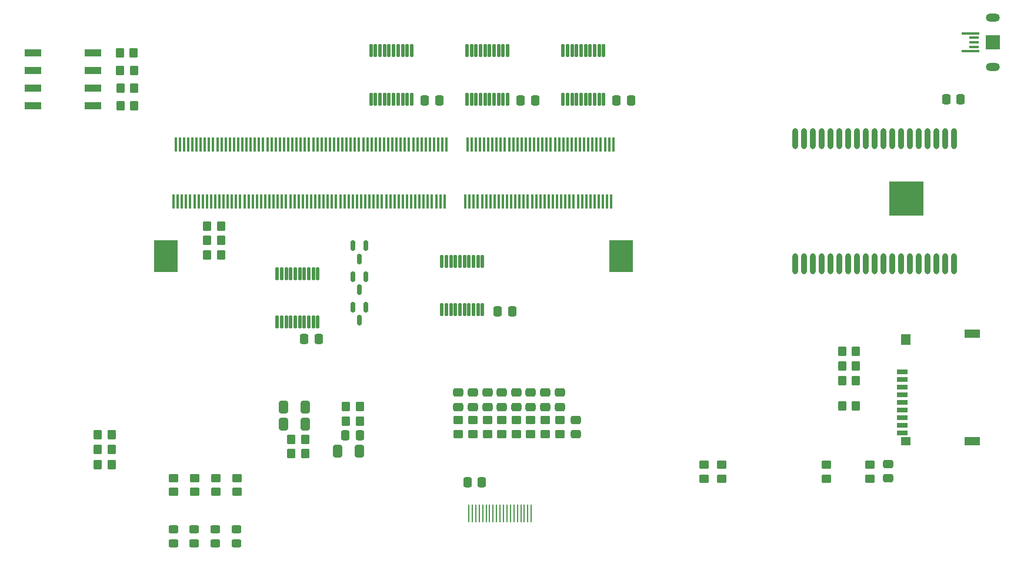
<source format=gbr>
%TF.GenerationSoftware,KiCad,Pcbnew,(6.0.0)*%
%TF.CreationDate,2023-03-19T22:45:45-04:00*%
%TF.ProjectId,TRS-IO++,5452532d-494f-42b2-9b2e-6b696361645f,rev?*%
%TF.SameCoordinates,Original*%
%TF.FileFunction,Paste,Top*%
%TF.FilePolarity,Positive*%
%FSLAX46Y46*%
G04 Gerber Fmt 4.6, Leading zero omitted, Abs format (unit mm)*
G04 Created by KiCad (PCBNEW (6.0.0)) date 2023-03-19 22:45:45*
%MOMM*%
%LPD*%
G01*
G04 APERTURE LIST*
G04 Aperture macros list*
%AMRoundRect*
0 Rectangle with rounded corners*
0 $1 Rounding radius*
0 $2 $3 $4 $5 $6 $7 $8 $9 X,Y pos of 4 corners*
0 Add a 4 corners polygon primitive as box body*
4,1,4,$2,$3,$4,$5,$6,$7,$8,$9,$2,$3,0*
0 Add four circle primitives for the rounded corners*
1,1,$1+$1,$2,$3*
1,1,$1+$1,$4,$5*
1,1,$1+$1,$6,$7*
1,1,$1+$1,$8,$9*
0 Add four rect primitives between the rounded corners*
20,1,$1+$1,$2,$3,$4,$5,0*
20,1,$1+$1,$4,$5,$6,$7,0*
20,1,$1+$1,$6,$7,$8,$9,0*
20,1,$1+$1,$8,$9,$2,$3,0*%
G04 Aperture macros list end*
%ADD10RoundRect,0.250000X0.350000X0.450000X-0.350000X0.450000X-0.350000X-0.450000X0.350000X-0.450000X0*%
%ADD11RoundRect,0.250000X-0.450000X0.350000X-0.450000X-0.350000X0.450000X-0.350000X0.450000X0.350000X0*%
%ADD12RoundRect,0.250000X-0.412500X-0.650000X0.412500X-0.650000X0.412500X0.650000X-0.412500X0.650000X0*%
%ADD13RoundRect,0.250000X0.450000X-0.350000X0.450000X0.350000X-0.450000X0.350000X-0.450000X-0.350000X0*%
%ADD14R,2.440000X1.120000*%
%ADD15RoundRect,0.250000X-0.350000X-0.450000X0.350000X-0.450000X0.350000X0.450000X-0.350000X0.450000X0*%
%ADD16RoundRect,0.250000X0.450000X-0.325000X0.450000X0.325000X-0.450000X0.325000X-0.450000X-0.325000X0*%
%ADD17RoundRect,0.250000X0.337500X0.475000X-0.337500X0.475000X-0.337500X-0.475000X0.337500X-0.475000X0*%
%ADD18RoundRect,0.250000X0.412500X0.650000X-0.412500X0.650000X-0.412500X-0.650000X0.412500X-0.650000X0*%
%ADD19RoundRect,0.250000X-0.475000X0.337500X-0.475000X-0.337500X0.475000X-0.337500X0.475000X0.337500X0*%
%ADD20RoundRect,0.250000X-0.337500X-0.475000X0.337500X-0.475000X0.337500X0.475000X-0.337500X0.475000X0*%
%ADD21RoundRect,0.150000X-0.150000X0.587500X-0.150000X-0.587500X0.150000X-0.587500X0.150000X0.587500X0*%
%ADD22R,0.280000X2.600000*%
%ADD23R,1.600000X0.700000*%
%ADD24R,1.400000X1.600000*%
%ADD25R,2.200000X1.200000*%
%ADD26R,1.400000X1.200000*%
%ADD27RoundRect,0.112500X-0.112500X0.837500X-0.112500X-0.837500X0.112500X-0.837500X0.112500X0.837500X0*%
%ADD28O,0.900000X3.000000*%
%ADD29R,5.000000X5.000000*%
%ADD30RoundRect,0.250000X0.475000X-0.337500X0.475000X0.337500X-0.475000X0.337500X-0.475000X-0.337500X0*%
%ADD31R,2.000000X2.000000*%
%ADD32O,2.000000X1.200000*%
%ADD33R,2.500000X0.400000*%
%ADD34R,1.350000X0.400000*%
%ADD35R,0.350000X2.000000*%
%ADD36R,3.500000X4.600000*%
G04 APERTURE END LIST*
D10*
%TO.C,R33*%
X80435500Y-70104000D03*
X78435500Y-70104000D03*
%TD*%
D11*
%TO.C,R39*%
X92269032Y-131384800D03*
X92269032Y-133384800D03*
%TD*%
D12*
%TO.C,C15*%
X109806299Y-127551799D03*
X112931299Y-127551799D03*
%TD*%
D13*
%TO.C,R8*%
X133435900Y-125028200D03*
X133435900Y-123028200D03*
%TD*%
D11*
%TO.C,R40*%
X95330100Y-131384800D03*
X95330100Y-133384800D03*
%TD*%
D14*
%TO.C,SW3*%
X65935700Y-70104000D03*
X65935700Y-72644000D03*
X65935700Y-75184000D03*
X65935700Y-77724000D03*
X74545700Y-77724000D03*
X74545700Y-75184000D03*
X74545700Y-72644000D03*
X74545700Y-70104000D03*
%TD*%
D15*
%TO.C,R29*%
X90998800Y-95046800D03*
X92998800Y-95046800D03*
%TD*%
D16*
%TO.C,D3*%
X89177666Y-140842600D03*
X89177666Y-138792600D03*
%TD*%
D17*
%TO.C,C16*%
X134919850Y-107340400D03*
X132844850Y-107340400D03*
%TD*%
D13*
%TO.C,R10*%
X129270300Y-125028200D03*
X129270300Y-123028200D03*
%TD*%
D10*
%TO.C,R35*%
X80537100Y-75184000D03*
X78537100Y-75184000D03*
%TD*%
D16*
%TO.C,D2*%
X86146600Y-140842600D03*
X86146600Y-138792600D03*
%TD*%
D13*
%TO.C,R7*%
X135518700Y-125028200D03*
X135518700Y-123028200D03*
%TD*%
D15*
%TO.C,R16*%
X182423100Y-120967500D03*
X184423100Y-120967500D03*
%TD*%
D18*
%TO.C,C12*%
X105141899Y-121167999D03*
X102016899Y-121167999D03*
%TD*%
D19*
%TO.C,C6*%
X131353100Y-119053700D03*
X131353100Y-121128700D03*
%TD*%
D10*
%TO.C,R34*%
X80486300Y-72644000D03*
X78486300Y-72644000D03*
%TD*%
%TO.C,R2*%
X77301600Y-125120400D03*
X75301600Y-125120400D03*
%TD*%
D19*
%TO.C,C4*%
X135518700Y-119053700D03*
X135518700Y-121128700D03*
%TD*%
D13*
%TO.C,R31*%
X165100000Y-131492500D03*
X165100000Y-129492500D03*
%TD*%
D19*
%TO.C,C3*%
X137601500Y-119053700D03*
X137601500Y-121128700D03*
%TD*%
%TO.C,C7*%
X129270300Y-119053700D03*
X129270300Y-121128700D03*
%TD*%
%TO.C,C1*%
X141767100Y-119053700D03*
X141767100Y-121128700D03*
%TD*%
D17*
%TO.C,C19*%
X124415000Y-76962000D03*
X122340000Y-76962000D03*
%TD*%
D19*
%TO.C,C8*%
X127187500Y-119053700D03*
X127187500Y-121128700D03*
%TD*%
D20*
%TO.C,C23*%
X128486800Y-131965700D03*
X130561800Y-131965700D03*
%TD*%
D21*
%TO.C,Q3*%
X113878400Y-97919300D03*
X111978400Y-97919300D03*
X112928400Y-99794300D03*
%TD*%
D22*
%TO.C,J7*%
X137681900Y-136473000D03*
X137181900Y-136473000D03*
X136681900Y-136473000D03*
X136181900Y-136473000D03*
X135681900Y-136473000D03*
X135181900Y-136473000D03*
X134681900Y-136473000D03*
X134181900Y-136473000D03*
X133681900Y-136473000D03*
X133181900Y-136473000D03*
X132681900Y-136473000D03*
X132181900Y-136473000D03*
X131681900Y-136473000D03*
X131181900Y-136473000D03*
X130681900Y-136473000D03*
X130181900Y-136473000D03*
X129681900Y-136473000D03*
X129181900Y-136473000D03*
X128681900Y-136473000D03*
%TD*%
D23*
%TO.C,J9*%
X191070000Y-116113200D03*
X191070000Y-117213200D03*
X191070000Y-118313200D03*
X191070000Y-119413200D03*
X191070000Y-120513200D03*
X191070000Y-121613200D03*
X191070000Y-122713200D03*
X191070000Y-123813200D03*
X191070000Y-124913200D03*
D24*
X191570000Y-111463200D03*
D25*
X201170000Y-110563200D03*
X201170000Y-126063200D03*
D26*
X191570000Y-126063200D03*
%TD*%
D19*
%TO.C,C9*%
X189026800Y-129366100D03*
X189026800Y-131441100D03*
%TD*%
D10*
%TO.C,R36*%
X80537100Y-77724000D03*
X78537100Y-77724000D03*
%TD*%
D15*
%TO.C,R17*%
X182423100Y-115214400D03*
X184423100Y-115214400D03*
%TD*%
%TO.C,R26*%
X90998800Y-99212400D03*
X92998800Y-99212400D03*
%TD*%
D21*
%TO.C,Q4*%
X113878400Y-102338900D03*
X111978400Y-102338900D03*
X112928400Y-104213900D03*
%TD*%
D13*
%TO.C,R32*%
X162560000Y-131492500D03*
X162560000Y-129492500D03*
%TD*%
D15*
%TO.C,R18*%
X182423100Y-113080800D03*
X184423100Y-113080800D03*
%TD*%
D10*
%TO.C,R1*%
X77301600Y-129438400D03*
X75301600Y-129438400D03*
%TD*%
D27*
%TO.C,U3*%
X148095700Y-69753600D03*
X147445700Y-69753600D03*
X146795700Y-69753600D03*
X146145700Y-69753600D03*
X145495700Y-69753600D03*
X144845700Y-69753600D03*
X144195700Y-69753600D03*
X143545700Y-69753600D03*
X142895700Y-69753600D03*
X142245700Y-69753600D03*
X142245700Y-76753600D03*
X142895700Y-76753600D03*
X143545700Y-76753600D03*
X144195700Y-76753600D03*
X144845700Y-76753600D03*
X145495700Y-76753600D03*
X146145700Y-76753600D03*
X146795700Y-76753600D03*
X147445700Y-76753600D03*
X148095700Y-76753600D03*
%TD*%
D16*
%TO.C,D4*%
X92208732Y-140842600D03*
X92208732Y-138792600D03*
%TD*%
D27*
%TO.C,U4*%
X130660550Y-100132000D03*
X130010550Y-100132000D03*
X129360550Y-100132000D03*
X128710550Y-100132000D03*
X128060550Y-100132000D03*
X127410550Y-100132000D03*
X126760550Y-100132000D03*
X126110550Y-100132000D03*
X125460550Y-100132000D03*
X124810550Y-100132000D03*
X124810550Y-107132000D03*
X125460550Y-107132000D03*
X126110550Y-107132000D03*
X126760550Y-107132000D03*
X127410550Y-107132000D03*
X128060550Y-107132000D03*
X128710550Y-107132000D03*
X129360550Y-107132000D03*
X130010550Y-107132000D03*
X130660550Y-107132000D03*
%TD*%
D28*
%TO.C,U1*%
X198565900Y-82490800D03*
X197295900Y-82490800D03*
X196025900Y-82490800D03*
X194755900Y-82490800D03*
X193485900Y-82490800D03*
X192215900Y-82490800D03*
X190945900Y-82490800D03*
X189675900Y-82490800D03*
X188405900Y-82490800D03*
X187135900Y-82490800D03*
X185865900Y-82490800D03*
X184595900Y-82490800D03*
X183325900Y-82490800D03*
X182055900Y-82490800D03*
X180755900Y-82490800D03*
X179485900Y-82490800D03*
X178215900Y-82490800D03*
X176945900Y-82490800D03*
X175675900Y-82490800D03*
X175675900Y-100490800D03*
X176945900Y-100490800D03*
X178215900Y-100490800D03*
X179485900Y-100490800D03*
X180755900Y-100490800D03*
X182055900Y-100520800D03*
X183325900Y-100520800D03*
X184595900Y-100520800D03*
X185865900Y-100520800D03*
X187135900Y-100520800D03*
X188405900Y-100520800D03*
X189675900Y-100520800D03*
X190945900Y-100520800D03*
X192215900Y-100520800D03*
X193485900Y-100520800D03*
X194755900Y-100520800D03*
X196025900Y-100520800D03*
X197295900Y-100520800D03*
X198565900Y-100520800D03*
D29*
X191645900Y-91090800D03*
%TD*%
D30*
%TO.C,C21*%
X144129300Y-125065700D03*
X144129300Y-122990700D03*
%TD*%
D11*
%TO.C,R30*%
X180171900Y-129454400D03*
X180171900Y-131454400D03*
%TD*%
D10*
%TO.C,R24*%
X113029199Y-123182999D03*
X111029199Y-123182999D03*
%TD*%
D21*
%TO.C,Q5*%
X113878400Y-106758500D03*
X111978400Y-106758500D03*
X112928400Y-108633500D03*
%TD*%
D19*
%TO.C,C5*%
X133435900Y-119053700D03*
X133435900Y-121128700D03*
%TD*%
D11*
%TO.C,R12*%
X186436000Y-129454400D03*
X186436000Y-131454400D03*
%TD*%
D10*
%TO.C,R22*%
X105140000Y-125841599D03*
X103140000Y-125841599D03*
%TD*%
D31*
%TO.C,J12*%
X204124000Y-68580000D03*
D32*
X204124000Y-72155000D03*
X204124000Y-65005000D03*
D33*
X200872800Y-69880000D03*
D34*
X201449000Y-69230000D03*
X201449000Y-68580000D03*
X201449000Y-67930000D03*
D33*
X200872800Y-67280000D03*
%TD*%
D17*
%TO.C,C11*%
X152050200Y-76962000D03*
X149975200Y-76962000D03*
%TD*%
D15*
%TO.C,R28*%
X90998800Y-97129600D03*
X92998800Y-97129600D03*
%TD*%
D10*
%TO.C,R23*%
X113029199Y-121100199D03*
X111029199Y-121100199D03*
%TD*%
D13*
%TO.C,R4*%
X141767100Y-125028200D03*
X141767100Y-123028200D03*
%TD*%
D17*
%TO.C,C24*%
X199497400Y-76758800D03*
X197422400Y-76758800D03*
%TD*%
D11*
%TO.C,R38*%
X89207966Y-131384800D03*
X89207966Y-133384800D03*
%TD*%
D27*
%TO.C,U2*%
X134278100Y-69753600D03*
X133628100Y-69753600D03*
X132978100Y-69753600D03*
X132328100Y-69753600D03*
X131678100Y-69753600D03*
X131028100Y-69753600D03*
X130378100Y-69753600D03*
X129728100Y-69753600D03*
X129078100Y-69753600D03*
X128428100Y-69753600D03*
X128428100Y-76753600D03*
X129078100Y-76753600D03*
X129728100Y-76753600D03*
X130378100Y-76753600D03*
X131028100Y-76753600D03*
X131678100Y-76753600D03*
X132328100Y-76753600D03*
X132978100Y-76753600D03*
X133628100Y-76753600D03*
X134278100Y-76753600D03*
%TD*%
D19*
%TO.C,C2*%
X139684300Y-119053700D03*
X139684300Y-121128700D03*
%TD*%
D35*
%TO.C,Conn1*%
X149490300Y-83322900D03*
X149190300Y-91522900D03*
X148890300Y-83322900D03*
X148590300Y-91522900D03*
X148290300Y-83322900D03*
X147990300Y-91522900D03*
X147690300Y-83322900D03*
X147390300Y-91522900D03*
X147090300Y-83322900D03*
X146790300Y-91522900D03*
X146490300Y-83322900D03*
X146190300Y-91522900D03*
X145890300Y-83322900D03*
X145590300Y-91522900D03*
X145290300Y-83322900D03*
X144990300Y-91522900D03*
X144690300Y-83322900D03*
X144390300Y-91522900D03*
X144090300Y-83322900D03*
X143790300Y-91522900D03*
X143490300Y-83322900D03*
X143190300Y-91522900D03*
X142890300Y-83322900D03*
X142590300Y-91522900D03*
X142290300Y-83322900D03*
X141990300Y-91522900D03*
X141690300Y-83322900D03*
X141390300Y-91522900D03*
X141090300Y-83322900D03*
X140790300Y-91522900D03*
X140490300Y-83322900D03*
X140190300Y-91522900D03*
X139890300Y-83322900D03*
X139590300Y-91522900D03*
X139290300Y-83322900D03*
X138990300Y-91522900D03*
X138690300Y-83322900D03*
X138390300Y-91522900D03*
X138090300Y-83322900D03*
X137790300Y-91522900D03*
X137490300Y-83322900D03*
X137190300Y-91522900D03*
X136890300Y-83322900D03*
X136590300Y-91522900D03*
X136290300Y-83322900D03*
X135990300Y-91522900D03*
X135690300Y-83322900D03*
X135390300Y-91522900D03*
X135090300Y-83322900D03*
X134790300Y-91522900D03*
X134490300Y-83322900D03*
X134190300Y-91522900D03*
X133890300Y-83322900D03*
X133590300Y-91522900D03*
X133290300Y-83322900D03*
X132990300Y-91522900D03*
X132690300Y-83322900D03*
X132390300Y-91522900D03*
X132090300Y-83322900D03*
X131790300Y-91522900D03*
X131490300Y-83322900D03*
X131190300Y-91522900D03*
X130890300Y-83322900D03*
X130590300Y-91522900D03*
X130290300Y-83322900D03*
X129990300Y-91522900D03*
X129690300Y-83322900D03*
X129390300Y-91522900D03*
X129090300Y-83322900D03*
X128790300Y-91522900D03*
X128490300Y-83322900D03*
X128190300Y-91522900D03*
X125490300Y-83322900D03*
X125190300Y-91522900D03*
X124890300Y-83322900D03*
X124590300Y-91522900D03*
X124290300Y-83322900D03*
X123990300Y-91522900D03*
X123690300Y-83322900D03*
X123390300Y-91522900D03*
X123090300Y-83322900D03*
X122790300Y-91522900D03*
X122490300Y-83322900D03*
X122190300Y-91522900D03*
X121890300Y-83322900D03*
X121590300Y-91522900D03*
X121290300Y-83322900D03*
X120990300Y-91522900D03*
X120690300Y-83322900D03*
X120390300Y-91522900D03*
X120090300Y-83322900D03*
X119790300Y-91522900D03*
X119490300Y-83322900D03*
X119190300Y-91522900D03*
X118890300Y-83322900D03*
X118590300Y-91522900D03*
X118290300Y-83322900D03*
X117990300Y-91522900D03*
X117690300Y-83322900D03*
X117390300Y-91522900D03*
X117090300Y-83322900D03*
X116790300Y-91522900D03*
X116490300Y-83322900D03*
X116190300Y-91522900D03*
X115890300Y-83322900D03*
X115590300Y-91522900D03*
X115290300Y-83322900D03*
X114990300Y-91522900D03*
X114690300Y-83322900D03*
X114390300Y-91522900D03*
X114090300Y-83322900D03*
X113790300Y-91522900D03*
X113490300Y-83322900D03*
X113190300Y-91522900D03*
X112890300Y-83322900D03*
X112590300Y-91522900D03*
X112290300Y-83322900D03*
X111990300Y-91522900D03*
X111690300Y-83322900D03*
X111390300Y-91522900D03*
X111090300Y-83322900D03*
X110790300Y-91522900D03*
X110490300Y-83322900D03*
X110190300Y-91522900D03*
X109890300Y-83322900D03*
X109590300Y-91522900D03*
X109290300Y-83322900D03*
X108990300Y-91522900D03*
X108690300Y-83322900D03*
X108390300Y-91522900D03*
X108090300Y-83322900D03*
X107790300Y-91522900D03*
X107490300Y-83322900D03*
X107190300Y-91522900D03*
X106890300Y-83322900D03*
X106590300Y-91522900D03*
X106290300Y-83322900D03*
X105990300Y-91522900D03*
X105690300Y-83322900D03*
X105390300Y-91522900D03*
X105090300Y-83322900D03*
X104790300Y-91522900D03*
X104490300Y-83322900D03*
X104190300Y-91522900D03*
X103890300Y-83322900D03*
X103590300Y-91522900D03*
X103290300Y-83322900D03*
X102990300Y-91522900D03*
X102690300Y-83322900D03*
X102390300Y-91522900D03*
X102090300Y-83322900D03*
X101790300Y-91522900D03*
X101490300Y-83322900D03*
X101190300Y-91522900D03*
X100890300Y-83322900D03*
X100590300Y-91522900D03*
X100290300Y-83322900D03*
X99990300Y-91522900D03*
X99690300Y-83322900D03*
X99390300Y-91522900D03*
X99090300Y-83322900D03*
X98790300Y-91522900D03*
X98490300Y-83322900D03*
X98190300Y-91522900D03*
X97890300Y-83322900D03*
X97590300Y-91522900D03*
X97290300Y-83322900D03*
X96990300Y-91522900D03*
X96690300Y-83322900D03*
X96390300Y-91522900D03*
X96090300Y-83322900D03*
X95790300Y-91522900D03*
X95490300Y-83322900D03*
X95190300Y-91522900D03*
X94890300Y-83322900D03*
X94590300Y-91522900D03*
X94290300Y-83322900D03*
X93990300Y-91522900D03*
X93690300Y-83322900D03*
X93390300Y-91522900D03*
X93090300Y-83322900D03*
X92790300Y-91522900D03*
X92490300Y-83322900D03*
X92190300Y-91522900D03*
X91890300Y-83322900D03*
X91590300Y-91522900D03*
X91290300Y-83322900D03*
X90990300Y-91522900D03*
X90690300Y-83322900D03*
X90390300Y-91522900D03*
X90090300Y-83322900D03*
X89790300Y-91522900D03*
X89490300Y-83322900D03*
X89190300Y-91522900D03*
X88890300Y-83322900D03*
X88590300Y-91522900D03*
X88290300Y-83322900D03*
X87990300Y-91522900D03*
X87690300Y-83322900D03*
X87390300Y-91522900D03*
X87090300Y-83322900D03*
X86790300Y-91522900D03*
X86490300Y-83322900D03*
X86190300Y-91522900D03*
D36*
X150640300Y-99422900D03*
X85040300Y-99422900D03*
%TD*%
D11*
%TO.C,R37*%
X86146900Y-131384800D03*
X86146900Y-133384800D03*
%TD*%
D13*
%TO.C,R5*%
X139684300Y-125028200D03*
X139684300Y-123028200D03*
%TD*%
D10*
%TO.C,R3*%
X77301600Y-127254000D03*
X75301600Y-127254000D03*
%TD*%
D16*
%TO.C,D5*%
X95239800Y-140842600D03*
X95239800Y-138792600D03*
%TD*%
D13*
%TO.C,R11*%
X127187500Y-125028200D03*
X127187500Y-123028200D03*
%TD*%
%TO.C,R9*%
X131353100Y-125028200D03*
X131353100Y-123028200D03*
%TD*%
D17*
%TO.C,C18*%
X107057100Y-111302800D03*
X104982100Y-111302800D03*
%TD*%
D27*
%TO.C,U5*%
X106963400Y-101910000D03*
X106313400Y-101910000D03*
X105663400Y-101910000D03*
X105013400Y-101910000D03*
X104363400Y-101910000D03*
X103713400Y-101910000D03*
X103063400Y-101910000D03*
X102413400Y-101910000D03*
X101763400Y-101910000D03*
X101113400Y-101910000D03*
X101113400Y-108910000D03*
X101763400Y-108910000D03*
X102413400Y-108910000D03*
X103063400Y-108910000D03*
X103713400Y-108910000D03*
X104363400Y-108910000D03*
X105013400Y-108910000D03*
X105663400Y-108910000D03*
X106313400Y-108910000D03*
X106963400Y-108910000D03*
%TD*%
D17*
%TO.C,C10*%
X138232600Y-76962000D03*
X136157600Y-76962000D03*
%TD*%
D15*
%TO.C,R15*%
X182423100Y-117348000D03*
X184423100Y-117348000D03*
%TD*%
D13*
%TO.C,R6*%
X137601500Y-125028200D03*
X137601500Y-123028200D03*
%TD*%
D15*
%TO.C,R21*%
X103140000Y-127873599D03*
X105140000Y-127873599D03*
%TD*%
D27*
%TO.C,U6*%
X120460500Y-69753600D03*
X119810500Y-69753600D03*
X119160500Y-69753600D03*
X118510500Y-69753600D03*
X117860500Y-69753600D03*
X117210500Y-69753600D03*
X116560500Y-69753600D03*
X115910500Y-69753600D03*
X115260500Y-69753600D03*
X114610500Y-69753600D03*
X114610500Y-76753600D03*
X115260500Y-76753600D03*
X115910500Y-76753600D03*
X116560500Y-76753600D03*
X117210500Y-76753600D03*
X117860500Y-76753600D03*
X118510500Y-76753600D03*
X119160500Y-76753600D03*
X119810500Y-76753600D03*
X120460500Y-76753600D03*
%TD*%
D17*
%TO.C,C13*%
X113015899Y-125265799D03*
X110940899Y-125265799D03*
%TD*%
D12*
%TO.C,C14*%
X102016899Y-123606399D03*
X105141899Y-123606399D03*
%TD*%
M02*

</source>
